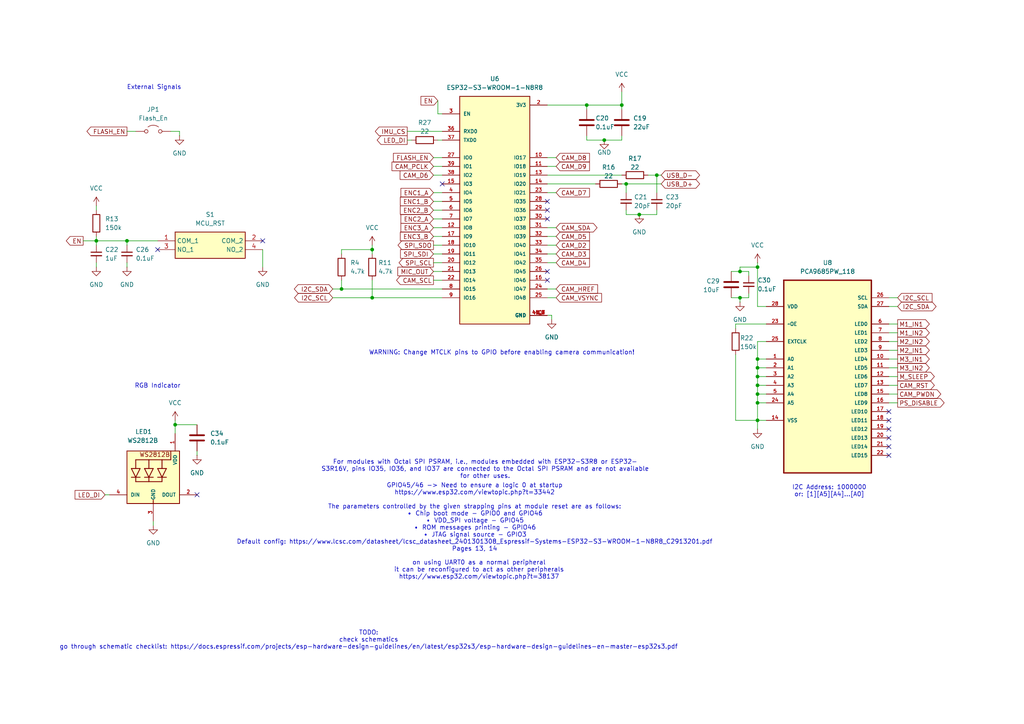
<source format=kicad_sch>
(kicad_sch (version 20231120) (generator "eeschema") (generator_version "8.0")
  (paper "A4")
  (lib_symbols
    (symbol "Device:C" (pin_numbers hide) (pin_names (offset 0.254))
      (property "Reference" "C" (at 0.635 2.54 0))
      (property "Value" "C" (at 0.635 -2.54 0))
      (symbol "C_0_1"
        (polyline (pts (xy -2.032 -0.762) (xy 2.032 -0.762)) (stroke (width 0.508)))
        (polyline (pts (xy -2.032 0.762) (xy 2.032 0.762)) (stroke (width 0.508)))
      )
      (symbol "C_1_1"
        (pin passive line (at 0 3.81 270) (length 2.794) (name "~") (number "1"))
        (pin passive line (at 0 -3.81 90) (length 2.794) (name "~") (number "2"))
      )
    )
    (symbol "Device:C_Small" (pin_numbers hide) (pin_names (offset 0.254) hide)
      (property "Reference" "C" (at 0.254 1.778 0))
      (property "Value" "C_Small" (at 0.254 -2.032 0))
      (symbol "C_Small_0_1"
        (polyline (pts (xy -1.524 -0.508) (xy 1.524 -0.508)) (stroke (width 0.3302)))
        (polyline (pts (xy -1.524 0.508) (xy 1.524 0.508)) (stroke (width 0.3048)))
      )
      (symbol "C_Small_1_1"
        (pin passive line (at 0 2.54 270) (length 2.032) (name "~") (number "1"))
        (pin passive line (at 0 -2.54 90) (length 2.032) (name "~") (number "2"))
      )
    )
    (symbol "Device:R" (pin_numbers hide) (pin_names (offset 0))
      (property "Reference" "R" (at 2.032 0 90))
      (property "Value" "R" (at 0 0 90))
      (symbol "R_0_1"
        (rectangle (start -1.016 -2.54) (end 1.016 2.54) (stroke (width 0.254)))
      )
      (symbol "R_1_1"
        (pin passive line (at 0 3.81 270) (length 1.27) (name "~") (number "1"))
        (pin passive line (at 0 -3.81 90) (length 1.27) (name "~") (number "2"))
      )
    )
    (symbol "Jumper:Jumper_2_Open" (pin_numbers hide) (pin_names (offset 0) hide) (exclude_from_sim yes)
      (property "Reference" "JP" (at 0 2.794 0))
      (property "Value" "Jumper_2_Open" (at 0 -2.286 0))
      (symbol "Jumper_2_Open_0_0"
        (circle (center -2.032 0) (radius 0.508))
        (circle (center 2.032 0) (radius 0.508))
      )
      (symbol "Jumper_2_Open_0_1"
        (arc (start 1.524 1.27) (mid 0 1.778) (end -1.524 1.27))
      )
      (symbol "Jumper_2_Open_1_1"
        (pin passive line (at -5.08 0 0) (length 2.54) (name "A") (number "1"))
        (pin passive line (at 5.08 0 180) (length 2.54) (name "B") (number "2"))
      )
    )
    (symbol "Mad_Bot:ESP32-S3-WROOM-1-N8R8" (pin_names (offset 1.016))
      (property "Reference" "U" (at -10.16 34.1122 0))
      (property "Value" "ESP32-S3-WROOM-1-N8R8" (at -13.208 -35.56 0))
      (symbol "ESP32-S3-WROOM-1-N8R8_0_0"
        (rectangle (start -10.16 -33.02) (end 10.16 33.02) (stroke (width 0.254)) (fill (type background)))
        (pin power_in line (at 15.24 -30.48 180) (length 5.08) (name "GND") (number "1"))
        (pin bidirectional line (at 15.24 15.24 180) (length 5.08) (name "IO17") (number "10"))
        (pin bidirectional line (at 15.24 12.7 180) (length 5.08) (name "IO18") (number "11"))
        (pin bidirectional line (at -15.24 -5.08 0) (length 5.08) (name "IO8") (number "12"))
        (pin bidirectional line (at 15.24 10.16 180) (length 5.08) (name "IO19") (number "13"))
        (pin bidirectional line (at 15.24 7.62 180) (length 5.08) (name "IO20") (number "14"))
        (pin bidirectional line (at -15.24 7.62 0) (length 5.08) (name "IO3") (number "15"))
        (pin bidirectional line (at 15.24 -20.32 180) (length 5.08) (name "IO46") (number "16"))
        (pin bidirectional line (at -15.24 -7.62 0) (length 5.08) (name "IO9") (number "17"))
        (pin bidirectional line (at -15.24 -10.16 0) (length 5.08) (name "IO10") (number "18"))
        (pin bidirectional line (at -15.24 -12.7 0) (length 5.08) (name "IO11") (number "19"))
        (pin power_in line (at 15.24 30.48 180) (length 5.08) (name "3V3") (number "2"))
        (pin bidirectional line (at -15.24 -15.24 0) (length 5.08) (name "IO12") (number "20"))
        (pin bidirectional line (at -15.24 -17.78 0) (length 5.08) (name "IO13") (number "21"))
        (pin bidirectional line (at -15.24 -20.32 0) (length 5.08) (name "IO14") (number "22"))
        (pin bidirectional line (at 15.24 5.08 180) (length 5.08) (name "IO21") (number "23"))
        (pin bidirectional line (at 15.24 -22.86 180) (length 5.08) (name "IO47") (number "24"))
        (pin bidirectional line (at 15.24 -25.4 180) (length 5.08) (name "IO48") (number "25"))
        (pin bidirectional line (at 15.24 -17.78 180) (length 5.08) (name "IO45") (number "26"))
        (pin bidirectional line (at -15.24 15.24 0) (length 5.08) (name "IO0") (number "27"))
        (pin bidirectional line (at 15.24 2.54 180) (length 5.08) (name "IO35") (number "28"))
        (pin bidirectional line (at 15.24 0 180) (length 5.08) (name "IO36") (number "29"))
        (pin input line (at -15.24 27.94 0) (length 5.08) (name "EN") (number "3"))
        (pin bidirectional line (at 15.24 -2.54 180) (length 5.08) (name "IO37") (number "30"))
        (pin bidirectional line (at 15.24 -5.08 180) (length 5.08) (name "IO38") (number "31"))
        (pin bidirectional line (at 15.24 -7.62 180) (length 5.08) (name "IO39") (number "32"))
        (pin bidirectional line (at 15.24 -10.16 180) (length 5.08) (name "IO40") (number "33"))
        (pin bidirectional line (at 15.24 -12.7 180) (length 5.08) (name "IO41") (number "34"))
        (pin bidirectional line (at 15.24 -15.24 180) (length 5.08) (name "IO42") (number "35"))
        (pin bidirectional line (at -15.24 22.86 0) (length 5.08) (name "RXD0") (number "36"))
        (pin bidirectional line (at -15.24 20.32 0) (length 5.08) (name "TXD0") (number "37"))
        (pin bidirectional line (at -15.24 10.16 0) (length 5.08) (name "IO2") (number "38"))
        (pin bidirectional line (at -15.24 12.7 0) (length 5.08) (name "IO1") (number "39"))
        (pin bidirectional line (at -15.24 5.08 0) (length 5.08) (name "IO4") (number "4"))
        (pin power_in line (at 15.24 -30.48 180) (length 5.08) (name "GND") (number "40"))
        (pin power_in line (at 15.24 -30.48 180) (length 5.08) (name "GND") (number "41_1"))
        (pin power_in line (at 15.24 -30.48 180) (length 5.08) (name "GND") (number "41_2"))
        (pin power_in line (at 15.24 -30.48 180) (length 5.08) (name "GND") (number "41_3"))
        (pin power_in line (at 15.24 -30.48 180) (length 5.08) (name "GND") (number "41_4"))
        (pin power_in line (at 15.24 -30.48 180) (length 5.08) (name "GND") (number "41_5"))
        (pin power_in line (at 15.24 -30.48 180) (length 5.08) (name "GND") (number "41_6"))
        (pin power_in line (at 15.24 -30.48 180) (length 5.08) (name "GND") (number "41_7"))
        (pin power_in line (at 15.24 -30.48 180) (length 5.08) (name "GND") (number "41_8"))
        (pin power_in line (at 15.24 -30.48 180) (length 5.08) (name "GND") (number "41_9"))
        (pin bidirectional line (at -15.24 2.54 0) (length 5.08) (name "IO5") (number "5"))
        (pin bidirectional line (at -15.24 0 0) (length 5.08) (name "IO6") (number "6"))
        (pin bidirectional line (at -15.24 -2.54 0) (length 5.08) (name "IO7") (number "7"))
        (pin bidirectional line (at -15.24 -22.86 0) (length 5.08) (name "IO15") (number "8"))
        (pin bidirectional line (at -15.24 -25.4 0) (length 5.08) (name "IO16") (number "9"))
      )
    )
    (symbol "Mad_Bot:PCA9685PW_118" (pin_names (offset 1.016))
      (property "Reference" "U" (at -1.016 31.242 0))
      (property "Value" "PCA9685PW_118" (at -8.128 28.194 0))
      (symbol "PCA9685PW_118_0_0"
        (rectangle (start -12.7 -30.48) (end 12.7 25.4) (stroke (width 0.4064)) (fill (type background)))
        (pin input line (at -17.78 2.54 0) (length 5.08) (name "A0") (number "1"))
        (pin output line (at 17.78 2.54 180) (length 5.08) (name "LED4") (number "10"))
        (pin output line (at 17.78 0 180) (length 5.08) (name "LED5") (number "11"))
        (pin output line (at 17.78 -2.54 180) (length 5.08) (name "LED6") (number "12"))
        (pin output line (at 17.78 -5.08 180) (length 5.08) (name "LED7") (number "13"))
        (pin passive line (at -17.78 -15.24 0) (length 5.08) (name "VSS") (number "14"))
        (pin output line (at 17.78 -7.62 180) (length 5.08) (name "LED8") (number "15"))
        (pin output line (at 17.78 -10.16 180) (length 5.08) (name "LED9") (number "16"))
        (pin output line (at 17.78 -12.7 180) (length 5.08) (name "LED10") (number "17"))
        (pin output line (at 17.78 -15.24 180) (length 5.08) (name "LED11") (number "18"))
        (pin output line (at 17.78 -17.78 180) (length 5.08) (name "LED12") (number "19"))
        (pin input line (at -17.78 0 0) (length 5.08) (name "A1") (number "2"))
        (pin output line (at 17.78 -20.32 180) (length 5.08) (name "LED13") (number "20"))
        (pin output line (at 17.78 -22.86 180) (length 5.08) (name "LED14") (number "21"))
        (pin output line (at 17.78 -25.4 180) (length 5.08) (name "LED15") (number "22"))
        (pin input line (at -17.78 12.7 0) (length 5.08) (name "~OE") (number "23"))
        (pin input line (at -17.78 -10.16 0) (length 5.08) (name "A5") (number "24"))
        (pin input line (at -17.78 7.62 0) (length 5.08) (name "EXTCLK") (number "25"))
        (pin input line (at 17.78 20.32 180) (length 5.08) (name "SCL") (number "26"))
        (pin bidirectional line (at 17.78 17.78 180) (length 5.08) (name "SDA") (number "27"))
        (pin power_in line (at -17.78 17.78 0) (length 5.08) (name "VDD") (number "28"))
        (pin input line (at -17.78 -2.54 0) (length 5.08) (name "A2") (number "3"))
        (pin input line (at -17.78 -5.08 0) (length 5.08) (name "A3") (number "4"))
        (pin input line (at -17.78 -7.62 0) (length 5.08) (name "A4") (number "5"))
        (pin output line (at 17.78 12.7 180) (length 5.08) (name "LED0") (number "6"))
        (pin output line (at 17.78 10.16 180) (length 5.08) (name "LED1") (number "7"))
        (pin output line (at 17.78 7.62 180) (length 5.08) (name "LED2") (number "8"))
        (pin output line (at 17.78 5.08 180) (length 5.08) (name "LED3") (number "9"))
      )
    )
    (symbol "Mad_Bot:PTS526_SK15_SMTR2_LFS"
      (property "Reference" "S" (at -10.16 9.144 0))
      (property "Value" "PTS526_SK15_SMTR2_LFS" (at -10.16 6.604 0))
      (symbol "PTS526_SK15_SMTR2_LFS_1_1"
        (rectangle (start -10.16 3.81) (end 10.16 -3.81) (stroke (width 0.254)) (fill (type background)))
        (pin passive line (at -15.24 1.27 0) (length 5.08) (name "COM_1") (number "1"))
        (pin passive line (at 15.24 1.27 180) (length 5.08) (name "COM_2") (number "2"))
        (pin passive line (at -15.24 -1.27 0) (length 5.08) (name "NO_1") (number "3"))
        (pin passive line (at 15.24 -1.27 180) (length 5.08) (name "NO_2") (number "4"))
      )
    )
    (symbol "Mad_Bot:WS2812B" (pin_names (offset 1.016))
      (property "Reference" "LED" (at 0 0 0))
      (property "Value" "WS2812B" (at 0 0 0))
      (symbol "WS2812B_0_0"
        (rectangle (start -7.62 -5.08) (end 7.62 10.16) (stroke (width 0.254)) (fill (type background)))
        (polyline (pts (xy -6.35 2.54) (xy -5.08 2.54)) (stroke (width 0.254)))
        (polyline (pts (xy -6.35 5.08) (xy -5.08 5.08)) (stroke (width 0.254)))
        (polyline (pts (xy -5.08 2.54) (xy -6.35 5.08)) (stroke (width 0.254)))
        (polyline (pts (xy -5.08 2.54) (xy -5.08 1.27)) (stroke (width 0.254)))
        (polyline (pts (xy -5.08 2.54) (xy -3.81 5.08)) (stroke (width 0.254)))
        (polyline (pts (xy -5.08 5.08) (xy -3.81 5.08)) (stroke (width 0.254)))
        (polyline (pts (xy -5.08 7.62) (xy -5.08 5.08)) (stroke (width 0.254)))
        (polyline (pts (xy -3.81 2.54) (xy -5.08 2.54)) (stroke (width 0.254)))
        (polyline (pts (xy -2.54 2.54) (xy -1.27 2.54)) (stroke (width 0.254)))
        (polyline (pts (xy -2.54 5.08) (xy 0 5.08)) (stroke (width 0.254)))
        (polyline (pts (xy -1.27 1.27) (xy -5.08 1.27)) (stroke (width 0.254)))
        (polyline (pts (xy -1.27 2.54) (xy -2.54 5.08)) (stroke (width 0.254)))
        (polyline (pts (xy -1.27 2.54) (xy -1.27 1.27)) (stroke (width 0.254)))
        (polyline (pts (xy -1.27 2.54) (xy 0 2.54)) (stroke (width 0.254)))
        (polyline (pts (xy -1.27 5.08) (xy -1.27 7.62)) (stroke (width 0.254)))
        (polyline (pts (xy -1.27 7.62) (xy -5.08 7.62)) (stroke (width 0.254)))
        (polyline (pts (xy 0 -4.064) (xy 0 -5.08)) (stroke (width 0.254)))
        (polyline (pts (xy 0 5.08) (xy -1.27 2.54)) (stroke (width 0.254)))
        (polyline (pts (xy 1.27 5.08) (xy 2.54 2.54)) (stroke (width 0.254)))
        (polyline (pts (xy 1.27 5.08) (xy 2.54 5.08)) (stroke (width 0.254)))
        (polyline (pts (xy 2.54 1.27) (xy -1.27 1.27)) (stroke (width 0.254)))
        (polyline (pts (xy 2.54 2.54) (xy 1.27 2.54)) (stroke (width 0.254)))
        (polyline (pts (xy 2.54 2.54) (xy 2.54 1.27)) (stroke (width 0.254)))
        (polyline (pts (xy 2.54 2.54) (xy 3.81 2.54)) (stroke (width 0.254)))
        (polyline (pts (xy 2.54 2.54) (xy 3.81 5.08)) (stroke (width 0.254)))
        (polyline (pts (xy 2.54 5.08) (xy 2.54 7.62)) (stroke (width 0.254)))
        (polyline (pts (xy 2.54 7.62) (xy -1.27 7.62)) (stroke (width 0.254)))
        (polyline (pts (xy 2.54 7.62) (xy 5.08 7.62)) (stroke (width 0.254)))
        (polyline (pts (xy 3.81 5.08) (xy 2.54 5.08)) (stroke (width 0.254)))
        (polyline (pts (xy 5.08 10.16) (xy 5.08 7.62)) (stroke (width 0.254)))
        (text "WS2812B" (at -4.064 8.382 0) (effects (font (size 1.27 1.27)) (justify left bottom)))
      )
      (symbol "WS2812B_1_0"
        (pin power_in line (at 6.35 15.24 270) (length 5.08) (name "VDD") (number "1"))
        (pin output line (at 12.7 -2.54 180) (length 5.08) (name "DOUT") (number "2"))
        (pin power_in line (at 0 -10.16 90) (length 5.08) (name "GND") (number "3"))
        (pin input line (at -12.7 -2.54 0) (length 5.08) (name "DIN") (number "4"))
      )
    )
    (symbol "power:GND" (power) (pin_numbers hide) (pin_names (offset 0) hide)
      (property "Value" "GND" (at 0 -3.81 0))
      (symbol "GND_0_1"
        (polyline (pts (xy 0 0) (xy 0 -1.27) (xy 1.27 -1.27) (xy 0 -2.54) (xy -1.27 -1.27) (xy 0 -1.27)))
      )
      (symbol "GND_1_1"
        (pin power_in line (at 0 0 270) (length 0) (name "~") (number "1"))
      )
    )
    (symbol "power:VCC" (power) (pin_numbers hide) (pin_names (offset 0) hide)
      (property "Value" "VCC" (at 0 3.556 0))
      (symbol "VCC_0_1"
        (polyline (pts (xy -0.762 1.27) (xy 0 2.54)))
        (polyline (pts (xy 0 0) (xy 0 2.54)))
        (polyline (pts (xy 0 2.54) (xy 0.762 1.27)))
      )
      (symbol "VCC_1_1"
        (pin power_in line (at 0 0 90) (length 0) (name "~") (number "1"))
      )
    )
  )
  (junction (at 27.94 69.85))
  (junction (at 219.71 116.84))
  (junction (at 219.71 114.3))
  (junction (at 214.63 78.74))
  (junction (at 175.26 40.64))
  (junction (at 214.63 86.36))
  (junction (at 170.18 30.48))
  (junction (at 185.42 62.23))
  (junction (at 181.61 53.34))
  (junction (at 180.34 30.48))
  (junction (at 50.8 123.19))
  (junction (at 219.71 111.76))
  (junction (at 219.71 77.47))
  (junction (at 190.5 50.8))
  (junction (at 219.71 106.68))
  (junction (at 219.71 104.14))
  (junction (at 219.71 121.92))
  (junction (at 99.06 83.82))
  (junction (at 107.95 72.39))
  (junction (at 219.71 109.22))
  (junction (at 36.83 69.85))
  (junction (at 107.95 86.36))
  (no_connect (at 257.81 127))
  (no_connect (at 158.75 78.74))
  (no_connect (at 257.81 119.38))
  (no_connect (at 57.15 143.51))
  (no_connect (at 158.75 81.28))
  (no_connect (at 257.81 129.54))
  (no_connect (at 45.72 72.39))
  (no_connect (at 257.81 132.08))
  (no_connect (at 158.75 58.42))
  (no_connect (at 257.81 121.92))
  (no_connect (at 76.2 69.85))
  (no_connect (at 257.81 124.46))
  (no_connect (at 128.27 53.34))
  (no_connect (at 158.75 63.5))
  (no_connect (at 158.75 60.96))
  (wire (pts (xy 213.36 93.98) (xy 213.36 95.25)))
  (wire (pts (xy 57.15 123.19) (xy 50.8 123.19)))
  (wire (pts (xy 190.5 62.23) (xy 185.42 62.23)))
  (wire (pts (xy 217.17 78.74) (xy 217.17 80.01)))
  (wire (pts (xy 24.13 69.85) (xy 27.94 69.85)))
  (wire (pts (xy 158.75 55.88) (xy 161.29 55.88)))
  (wire (pts (xy 99.06 73.66) (xy 99.06 72.39)))
  (wire (pts (xy 257.81 88.9) (xy 260.35 88.9)))
  (wire (pts (xy 158.75 76.2) (xy 161.29 76.2)))
  (wire (pts (xy 158.75 86.36) (xy 161.29 86.36)))
  (wire (pts (xy 257.81 86.36) (xy 260.35 86.36)))
  (wire (pts (xy 160.02 91.44) (xy 160.02 92.71)))
  (wire (pts (xy 127 40.64) (xy 128.27 40.64)))
  (wire (pts (xy 125.73 55.88) (xy 128.27 55.88)))
  (wire (pts (xy 181.61 53.34) (xy 181.61 55.88)))
  (wire (pts (xy 125.73 66.04) (xy 128.27 66.04)))
  (wire (pts (xy 222.25 121.92) (xy 219.71 121.92)))
  (wire (pts (xy 50.8 123.19) (xy 50.8 125.73)))
  (wire (pts (xy 257.81 111.76) (xy 260.35 111.76)))
  (wire (pts (xy 219.71 116.84) (xy 219.71 121.92)))
  (wire (pts (xy 158.75 48.26) (xy 161.29 48.26)))
  (wire (pts (xy 219.71 77.47) (xy 219.71 88.9)))
  (wire (pts (xy 180.34 31.75) (xy 180.34 30.48)))
  (wire (pts (xy 219.71 104.14) (xy 219.71 106.68)))
  (wire (pts (xy 214.63 77.47) (xy 214.63 78.74)))
  (wire (pts (xy 125.73 48.26) (xy 128.27 48.26)))
  (wire (pts (xy 219.71 106.68) (xy 222.25 106.68)))
  (wire (pts (xy 125.73 76.2) (xy 128.27 76.2)))
  (wire (pts (xy 170.18 30.48) (xy 158.75 30.48)))
  (wire (pts (xy 50.8 121.92) (xy 50.8 123.19)))
  (wire (pts (xy 219.71 116.84) (xy 222.25 116.84)))
  (wire (pts (xy 52.07 38.1) (xy 49.53 38.1)))
  (wire (pts (xy 181.61 60.96) (xy 181.61 62.23)))
  (wire (pts (xy 219.71 104.14) (xy 222.25 104.14)))
  (wire (pts (xy 118.11 40.64) (xy 119.38 40.64)))
  (wire (pts (xy 219.71 114.3) (xy 219.71 116.84)))
  (wire (pts (xy 180.34 26.67) (xy 180.34 30.48)))
  (wire (pts (xy 125.73 81.28) (xy 128.27 81.28)))
  (wire (pts (xy 96.52 86.36) (xy 107.95 86.36)))
  (wire (pts (xy 213.36 121.92) (xy 219.71 121.92)))
  (wire (pts (xy 36.83 38.1) (xy 39.37 38.1)))
  (wire (pts (xy 125.73 68.58) (xy 128.27 68.58)))
  (wire (pts (xy 214.63 78.74) (xy 217.17 78.74)))
  (wire (pts (xy 219.71 106.68) (xy 219.71 109.22)))
  (wire (pts (xy 107.95 72.39) (xy 107.95 71.12)))
  (wire (pts (xy 214.63 86.36) (xy 217.17 86.36)))
  (wire (pts (xy 212.09 78.74) (xy 214.63 78.74)))
  (wire (pts (xy 181.61 62.23) (xy 185.42 62.23)))
  (wire (pts (xy 170.18 30.48) (xy 170.18 31.75)))
  (wire (pts (xy 219.71 114.3) (xy 222.25 114.3)))
  (wire (pts (xy 219.71 76.2) (xy 219.71 77.47)))
  (wire (pts (xy 190.5 50.8) (xy 190.5 55.88)))
  (wire (pts (xy 219.71 109.22) (xy 222.25 109.22)))
  (wire (pts (xy 158.75 50.8) (xy 180.34 50.8)))
  (wire (pts (xy 57.15 130.81) (xy 57.15 132.08)))
  (wire (pts (xy 27.94 69.85) (xy 27.94 71.12)))
  (wire (pts (xy 180.34 53.34) (xy 181.61 53.34)))
  (wire (pts (xy 257.81 96.52) (xy 260.35 96.52)))
  (wire (pts (xy 158.75 68.58) (xy 161.29 68.58)))
  (wire (pts (xy 180.34 40.64) (xy 175.26 40.64)))
  (wire (pts (xy 158.75 53.34) (xy 172.72 53.34)))
  (wire (pts (xy 219.71 109.22) (xy 219.71 111.76)))
  (wire (pts (xy 118.11 38.1) (xy 128.27 38.1)))
  (wire (pts (xy 222.25 99.06) (xy 219.71 99.06)))
  (wire (pts (xy 187.96 50.8) (xy 190.5 50.8)))
  (wire (pts (xy 219.71 121.92) (xy 219.71 124.46)))
  (wire (pts (xy 99.06 72.39) (xy 107.95 72.39)))
  (wire (pts (xy 257.81 116.84) (xy 260.35 116.84)))
  (wire (pts (xy 219.71 111.76) (xy 222.25 111.76)))
  (wire (pts (xy 158.75 66.04) (xy 161.29 66.04)))
  (wire (pts (xy 219.71 88.9) (xy 222.25 88.9)))
  (wire (pts (xy 107.95 86.36) (xy 128.27 86.36)))
  (wire (pts (xy 52.07 39.37) (xy 52.07 38.1)))
  (wire (pts (xy 27.94 69.85) (xy 36.83 69.85)))
  (wire (pts (xy 170.18 39.37) (xy 170.18 40.64)))
  (wire (pts (xy 27.94 76.2) (xy 27.94 77.47)))
  (wire (pts (xy 213.36 93.98) (xy 222.25 93.98)))
  (wire (pts (xy 125.73 71.12) (xy 128.27 71.12)))
  (wire (pts (xy 127 33.02) (xy 128.27 33.02)))
  (wire (pts (xy 257.81 114.3) (xy 260.35 114.3)))
  (wire (pts (xy 125.73 78.74) (xy 128.27 78.74)))
  (wire (pts (xy 36.83 76.2) (xy 36.83 77.47)))
  (wire (pts (xy 127 29.21) (xy 127 33.02)))
  (wire (pts (xy 107.95 81.28) (xy 107.95 86.36)))
  (wire (pts (xy 158.75 83.82) (xy 161.29 83.82)))
  (wire (pts (xy 213.36 102.87) (xy 213.36 121.92)))
  (wire (pts (xy 76.2 72.39) (xy 76.2 77.47)))
  (wire (pts (xy 96.52 83.82) (xy 99.06 83.82)))
  (wire (pts (xy 212.09 86.36) (xy 214.63 86.36)))
  (wire (pts (xy 125.73 50.8) (xy 128.27 50.8)))
  (wire (pts (xy 257.81 104.14) (xy 260.35 104.14)))
  (wire (pts (xy 158.75 45.72) (xy 161.29 45.72)))
  (wire (pts (xy 158.75 71.12) (xy 161.29 71.12)))
  (wire (pts (xy 190.5 60.96) (xy 190.5 62.23)))
  (wire (pts (xy 99.06 81.28) (xy 99.06 83.82)))
  (wire (pts (xy 36.83 69.85) (xy 45.72 69.85)))
  (wire (pts (xy 158.75 73.66) (xy 161.29 73.66)))
  (wire (pts (xy 30.48 143.51) (xy 31.75 143.51)))
  (wire (pts (xy 257.81 93.98) (xy 260.35 93.98)))
  (wire (pts (xy 107.95 72.39) (xy 107.95 73.66)))
  (wire (pts (xy 190.5 50.8) (xy 191.77 50.8)))
  (wire (pts (xy 44.45 151.13) (xy 44.45 152.4)))
  (wire (pts (xy 128.27 83.82) (xy 99.06 83.82)))
  (wire (pts (xy 180.34 39.37) (xy 180.34 40.64)))
  (wire (pts (xy 170.18 40.64) (xy 175.26 40.64)))
  (wire (pts (xy 219.71 99.06) (xy 219.71 104.14)))
  (wire (pts (xy 214.63 77.47) (xy 219.71 77.47)))
  (wire (pts (xy 27.94 68.58) (xy 27.94 69.85)))
  (wire (pts (xy 125.73 45.72) (xy 128.27 45.72)))
  (wire (pts (xy 260.35 99.06) (xy 257.81 99.06)))
  (wire (pts (xy 214.63 86.36) (xy 214.63 87.63)))
  (wire (pts (xy 125.73 63.5) (xy 128.27 63.5)))
  (wire (pts (xy 125.73 73.66) (xy 128.27 73.66)))
  (wire (pts (xy 27.94 59.69) (xy 27.94 60.96)))
  (wire (pts (xy 125.73 60.96) (xy 128.27 60.96)))
  (wire (pts (xy 36.83 69.85) (xy 36.83 71.12)))
  (wire (pts (xy 181.61 53.34) (xy 191.77 53.34)))
  (wire (pts (xy 219.71 111.76) (xy 219.71 114.3)))
  (wire (pts (xy 260.35 101.6) (xy 257.81 101.6)))
  (wire (pts (xy 217.17 85.09) (xy 217.17 86.36)))
  (wire (pts (xy 170.18 30.48) (xy 180.34 30.48)))
  (wire (pts (xy 257.81 106.68) (xy 260.35 106.68)))
  (wire (pts (xy 158.75 91.44) (xy 160.02 91.44)))
  (wire (pts (xy 257.81 109.22) (xy 260.35 109.22)))
  (wire (pts (xy 125.73 58.42) (xy 128.27 58.42)))
  (text "GPIO45/46 -> Need to ensure a logic 0 at startup\nhttps://www.esp32.com/viewtopic.php?t=33442\n\nThe parameters controlled by the given strapping pins at module reset are as follows:\n• Chip boot mode - GPIO0 and GPIO46\n• VDD_SPI voltage - GPIO45\n• ROM messages printing - GPIO46\n• JTAG signal source - GPIO3\nDefault config: https://www.lcsc.com/datasheet/lcsc_datasheet_2401301308_Espressif-Systems-ESP32-S3-WROOM-1-N8R8_C2913201.pdf\nPages 13, 14" (at 137.668 150.114 0) (effects (font (size 1.27 1.27))))
  (text "TODO:\ncheck schematics\ngo through schematic checklist: https://docs.espressif.com/projects/esp-hardware-design-guidelines/en/latest/esp32s3/esp-hardware-design-guidelines-en-master-esp32s3.pdf" (at 106.934 185.674 0) (effects (font (size 1.27 1.27))))
  (text "External Signals" (at 44.704 25.4 0) (effects (font (size 1.27 1.27))))
  (text "I2C Address: 1000000\nor: [1][A5][A4]...[A0]" (at 240.538 142.494 0) (effects (font (size 1.27 1.27))))
  (text "on using UART0 as a normal peripheral\nit can be reconfigured to act as other peripherals\nhttps://www.esp32.com/viewtopic.php?t=38137" (at 138.938 165.354 0) (effects (font (size 1.27 1.27))))
  (text "RGB Indicator" (at 45.72 112.014 0) (effects (font (size 1.27 1.27))))
  (text "For modules with Octal SPI PSRAM, i.e., modules embedded with ESP32-S3R8 or ESP32-\nS3R16V, pins IO35, IO36, and IO37 are connected to the Octal SPI PSRAM and are not available\nfor other uses." (at 140.716 136.144 0) (effects (font (size 1.27 1.27))))
  (text "WARNING: Change MTCLK pins to GPIO before enabling camera communication!" (at 145.542 102.362 0) (effects (font (size 1.27 1.27))))
  (global_label "M3_IN2" (shape output) (at 260.35 106.68 0) (property "Intersheetrefs" "${INTERSHEET_REFS}" (effects (hide yes))))
  (global_label "CAM_D5" (shape input) (at 161.29 68.58 0) (property "Intersheetrefs" "${INTERSHEET_REFS}" (effects (hide yes))))
  (global_label "CAM_D2" (shape input) (at 161.29 71.12 0) (property "Intersheetrefs" "${INTERSHEET_REFS}" (effects (hide yes))))
  (global_label "CAM_D8" (shape input) (at 161.29 45.72 0) (property "Intersheetrefs" "${INTERSHEET_REFS}" (effects (hide yes))))
  (global_label "I2C_SCL" (shape input) (at 260.35 86.36 0) (property "Intersheetrefs" "${INTERSHEET_REFS}" (effects (hide yes))))
  (global_label "IMU_CS" (shape output) (at 118.11 38.1 180) (property "Intersheetrefs" "${INTERSHEET_REFS}" (effects (hide yes))))
  (global_label "CAM_RST" (shape output) (at 260.35 111.76 0) (property "Intersheetrefs" "${INTERSHEET_REFS}" (effects (hide yes))))
  (global_label "I2C_SDA" (shape bidirectional) (at 96.52 83.82 180) (property "Intersheetrefs" "${INTERSHEET_REFS}" (effects (hide yes))))
  (global_label "MIC_OUT" (shape input) (at 125.73 78.74 180) (property "Intersheetrefs" "${INTERSHEET_REFS}" (effects (hide yes))))
  (global_label "EN" (shape input) (at 127 29.21 180) (property "Intersheetrefs" "${INTERSHEET_REFS}" (effects (hide yes))))
  (global_label "ENC3_B" (shape input) (at 125.73 68.58 180) (property "Intersheetrefs" "${INTERSHEET_REFS}" (effects (hide yes))))
  (global_label "CAM_D3" (shape input) (at 161.29 73.66 0) (property "Intersheetrefs" "${INTERSHEET_REFS}" (effects (hide yes))))
  (global_label "SPI_SDO" (shape output) (at 125.73 71.12 180) (property "Intersheetrefs" "${INTERSHEET_REFS}" (effects (hide yes))))
  (global_label "M_SLEEP" (shape output) (at 260.35 109.22 0) (property "Intersheetrefs" "${INTERSHEET_REFS}" (effects (hide yes))))
  (global_label "CAM_PWDN" (shape output) (at 260.35 114.3 0) (property "Intersheetrefs" "${INTERSHEET_REFS}" (effects (hide yes))))
  (global_label "M3_IN1" (shape output) (at 260.35 104.14 0) (property "Intersheetrefs" "${INTERSHEET_REFS}" (effects (hide yes))))
  (global_label "PS_DISABLE" (shape output) (at 260.35 116.84 0) (property "Intersheetrefs" "${INTERSHEET_REFS}" (effects (hide yes))))
  (global_label "LED_DI" (shape input) (at 30.48 143.51 180) (property "Intersheetrefs" "${INTERSHEET_REFS}" (effects (hide yes))))
  (global_label "M2_IN2" (shape output) (at 260.35 99.06 0) (property "Intersheetrefs" "${INTERSHEET_REFS}" (effects (hide yes))))
  (global_label "CAM_HREF" (shape input) (at 161.29 83.82 0) (property "Intersheetrefs" "${INTERSHEET_REFS}" (effects (hide yes))))
  (global_label "I2C_SDA" (shape bidirectional) (at 260.35 88.9 0) (property "Intersheetrefs" "${INTERSHEET_REFS}" (effects (hide yes))))
  (global_label "USB_D-" (shape bidirectional) (at 191.77 50.8 0) (property "Intersheetrefs" "${INTERSHEET_REFS}" (effects (hide yes))))
  (global_label "M1_IN1" (shape output) (at 260.35 93.98 0) (property "Intersheetrefs" "${INTERSHEET_REFS}" (effects (hide yes))))
  (global_label "CAM_VSYNC" (shape input) (at 161.29 86.36 0) (property "Intersheetrefs" "${INTERSHEET_REFS}" (effects (hide yes))))
  (global_label "CAM_SCL" (shape output) (at 125.73 81.28 180) (property "Intersheetrefs" "${INTERSHEET_REFS}" (effects (hide yes))))
  (global_label "FLASH_EN" (shape input) (at 125.73 45.72 180) (property "Intersheetrefs" "${INTERSHEET_REFS}" (effects (hide yes))))
  (global_label "M1_IN2" (shape output) (at 260.35 96.52 0) (property "Intersheetrefs" "${INTERSHEET_REFS}" (effects (hide yes))))
  (global_label "ENC1_B" (shape input) (at 125.73 58.42 180) (property "Intersheetrefs" "${INTERSHEET_REFS}" (effects (hide yes))))
  (global_label "ENC3_A" (shape input) (at 125.73 66.04 180) (property "Intersheetrefs" "${INTERSHEET_REFS}" (effects (hide yes))))
  (global_label "M2_IN1" (shape output) (at 260.35 101.6 0) (property "Intersheetrefs" "${INTERSHEET_REFS}" (effects (hide yes))))
  (global_label "ENC2_A" (shape input) (at 125.73 63.5 180) (property "Intersheetrefs" "${INTERSHEET_REFS}" (effects (hide yes))))
  (global_label "CAM_SDA" (shape bidirectional) (at 161.29 66.04 0) (property "Intersheetrefs" "${INTERSHEET_REFS}" (effects (hide yes))))
  (global_label "SPI_SCL" (shape output) (at 125.73 76.2 180) (property "Intersheetrefs" "${INTERSHEET_REFS}" (effects (hide yes))))
  (global_label "CAM_D7" (shape input) (at 161.29 55.88 0) (property "Intersheetrefs" "${INTERSHEET_REFS}" (effects (hide yes))))
  (global_label "I2C_SCL" (shape bidirectional) (at 96.52 86.36 180) (property "Intersheetrefs" "${INTERSHEET_REFS}" (effects (hide yes))))
  (global_label "CAM_D9" (shape input) (at 161.29 48.26 0) (property "Intersheetrefs" "${INTERSHEET_REFS}" (effects (hide yes))))
  (global_label "CAM_D4" (shape input) (at 161.29 76.2 0) (property "Intersheetrefs" "${INTERSHEET_REFS}" (effects (hide yes))))
  (global_label "ENC1_A" (shape input) (at 125.73 55.88 180) (property "Intersheetrefs" "${INTERSHEET_REFS}" (effects (hide yes))))
  (global_label "ENC2_B" (shape input) (at 125.73 60.96 180) (property "Intersheetrefs" "${INTERSHEET_REFS}" (effects (hide yes))))
  (global_label "USB_D+" (shape bidirectional) (at 191.77 53.34 0) (property "Intersheetrefs" "${INTERSHEET_REFS}" (effects (hide yes))))
  (global_label "CAM_D6" (shape input) (at 125.73 50.8 180) (property "Intersheetrefs" "${INTERSHEET_REFS}" (effects (hide yes))))
  (global_label "SPI_SDI" (shape input) (at 125.73 73.66 180) (property "Intersheetrefs" "${INTERSHEET_REFS}" (effects (hide yes))))
  (global_label "CAM_PCLK" (shape input) (at 125.73 48.26 180) (property "Intersheetrefs" "${INTERSHEET_REFS}" (effects (hide yes))))
  (global_label "LED_DI" (shape output) (at 118.11 40.64 180) (property "Intersheetrefs" "${INTERSHEET_REFS}" (effects (hide yes))))
  (global_label "FLASH_EN" (shape output) (at 36.83 38.1 180) (property "Intersheetrefs" "${INTERSHEET_REFS}" (effects (hide yes))))
  (global_label "EN" (shape output) (at 24.13 69.85 180) (property "Intersheetrefs" "${INTERSHEET_REFS}" (effects (hide yes))))
  (symbol (lib_id "Device:C") (at 180.34 35.56 0) (unit 1)
    (property "Reference" "C19" (at 183.642 34.29 0) (effects (justify left)))
    (property "Value" "22uF" (at 183.642 36.83 0) (effects (justify left)))
    (property "Footprint" "Capacitor_SMD:C_0603_1608Metric_Pad1.08x0.95mm_HandSolder" (effects (hide yes)))
    (property "Description" "Unpolarized capacitor" (effects (hide yes)))
  )
  (symbol (lib_id "Device:R") (at 107.95 77.47 0) (unit 1)
    (property "Reference" "R11" (at 109.728 76.2 0) (effects (justify left)))
    (property "Value" "4.7k" (at 109.728 78.74 0) (effects (justify left)))
    (property "Footprint" "Resistor_SMD:R_0603_1608Metric_Pad0.98x0.95mm_HandSolder" (effects (hide yes)))
    (property "Description" "Resistor" (effects (hide yes)))
  )
  (symbol (lib_id "Device:R") (at 213.36 99.06 0) (unit 1)
    (property "Reference" "R22" (at 214.63 98.044 0) (effects (justify left)))
    (property "Value" "150k" (at 214.63 100.584 0) (effects (justify left)))
    (property "Footprint" "Resistor_SMD:R_0603_1608Metric_Pad0.98x0.95mm_HandSolder" (effects (hide yes)))
    (property "Description" "Resistor" (effects (hide yes)))
  )
  (symbol (lib_id "power:GND") (at 44.45 152.4 0) (unit 1)
    (property "Reference" "#PWR091" (effects (hide yes)))
    (property "Value" "GND" (at 44.45 157.48 0))
    (property "Description" "Power symbol creates a global label with name \"GND\" , ground" (effects (hide yes)))
  )
  (symbol (lib_id "Mad_Bot:WS2812B") (at 44.45 140.97 0) (unit 1)
    (property "Reference" "LED1" (at 41.656 125.222 0))
    (property "Value" "WS2812B" (at 41.402 127.762 0))
    (property "Footprint" "Mad_Bot:WS2812B" (effects (hide yes)))
    (property "MF" "Worldsemi" (effects (hide yes)))
    (property "Description_1" "\nIntelligent control LED integrated light source\n" (effects (hide yes)))
    (property "Package" "None" (effects (hide yes)))
    (property "Price" "None" (effects (hide yes)))
    (property "SnapEDA_Link" "https://www.snapeda.com/parts/WS2812B/Worldsemi/view-part/?ref=snap" (effects (hide yes)))
    (property "MP" "WS2812B" (effects (hide yes)))
    (property "Availability" "Not in stock" (effects (hide yes)))
    (property "Check_prices" "https://www.snapeda.com/parts/WS2812B/Worldsemi/view-part/?ref=eda" (effects (hide yes)))
  )
  (symbol (lib_id "Device:C") (at 212.09 82.55 180) (unit 1)
    (property "Reference" "C29" (at 208.788 81.534 0) (effects (justify left)))
    (property "Value" "10uF" (at 208.788 84.074 0) (effects (justify left)))
    (property "Footprint" "Capacitor_SMD:C_1206_3216Metric_Pad1.33x1.80mm_HandSolder" (effects (hide yes)))
    (property "Description" "Unpolarized capacitor" (effects (hide yes)))
  )
  (symbol (lib_id "power:GND") (at 52.07 39.37 0) (unit 1)
    (property "Reference" "#PWR052" (effects (hide yes)))
    (property "Value" "GND" (at 52.07 44.45 0))
    (property "Description" "Power symbol creates a global label with name \"GND\" , ground" (effects (hide yes)))
  )
  (symbol (lib_id "Mad_Bot:ESP32-S3-WROOM-1-N8R8") (at 143.51 60.96 0) (unit 1)
    (property "Reference" "U6" (at 143.51 22.86 0))
    (property "Value" "ESP32-S3-WROOM-1-N8R8" (at 143.51 25.4 0))
    (property "Footprint" "Mad_Bot:XCVR_ESP32S3WROOM1N8R8" (effects (hide yes)))
    (property "Description" "Bluetooth, WiFi 802.11b/g/n, Bluetooth v5.0 Transceiver Module 2.4GHz PCB Trace Surface Mount" (effects (hide yes)))
    (property "MF" "Espressif Systems" (effects (hide yes)))
    (property "PACKAGE" "SMD-41 Espressif Systems" (effects (hide yes)))
    (property "PRICE" "None" (effects (hide yes)))
    (property "Package" "NON STANDARD Espressif Systems" (effects (hide yes)))
    (property "Check_prices" "https://www.snapeda.com/parts/ESP32-S3-WROOM-1-N8R8/Espressif+Systems/view-part/?ref=eda" (effects (hide yes)))
    (property "Price" "None" (effects (hide yes)))
    (property "SnapEDA_Link" "https://www.snapeda.com/parts/ESP32-S3-WROOM-1-N8R8/Espressif+Systems/view-part/?ref=snap" (effects (hide yes)))
    (property "MP" "ESP32-S3-WROOM-1-N8R8" (effects (hide yes)))
    (property "Description_1" "\nBluetooth, WiFi 802.11b/g/n, Bluetooth v5.0 Transceiver Module 2.4GHz PCB Trace Surface Mount\n" (effects (hide yes)))
    (property "Availability" "In Stock" (effects (hide yes)))
    (property "AVAILABILITY" "In Stock" (effects (hide yes)))
    (property "PURCHASE-URL" "https://pricing.snapeda.com/search/part/ESP32S3WROOM1N8R8/?ref=eda" (effects (hide yes)))
  )
  (symbol (lib_id "Device:R") (at 184.15 50.8 90) (unit 1)
    (property "Reference" "R17" (at 184.15 45.974 90))
    (property "Value" "22" (at 184.15 48.514 90))
    (property "Footprint" "Resistor_SMD:R_0603_1608Metric_Pad0.98x0.95mm_HandSolder" (effects (hide yes)))
    (property "Description" "Resistor" (effects (hide yes)))
  )
  (symbol (lib_id "Mad_Bot:PTS526_SK15_SMTR2_LFS") (at 60.96 71.12 0) (unit 1)
    (property "Reference" "S1" (at 60.96 62.23 0))
    (property "Value" "MCU_RST" (at 60.96 64.77 0))
    (property "Footprint" "Mad_Bot:PTS526SK15SMTR2LFS" (effects (hide yes)))
    (property "Datasheet" "https://www.ckswitches.com/media/2780/pts526.pdf" (effects (hide yes)))
    (property "Description" "Tact 5.2 x 5.2, 1.5 mm H, 260gf, G leads, No ground pin, metal actuator" (effects (hide yes)))
    (property "Height" "1.65" (effects (hide yes)))
    (property "Manufacturer_Name" "C & K COMPONENTS" (effects (hide yes)))
    (property "Manufacturer_Part_Number" "PTS526 SK15 SMTR2 LFS" (effects (hide yes)))
    (property "Mouser Part Number" "611-PTS526SK15SMR2L" (effects (hide yes)))
    (property "Mouser Price/Stock" "https://www.mouser.co.uk/ProductDetail/CK/PTS526-SK15-SMTR2-LFS?qs=UXgszm6BlbF5Ezp94JAQtw%3D%3D" (effects (hide yes)))
    (property "Arrow Part Number" "PTS526 SK15 SMTR2 LFS" (effects (hide yes)))
    (property "Arrow Price/Stock" "https://www.arrow.com/en/products/pts526-sk15-smtr2-lfs/ck?region=nac" (effects (hide yes)))
  )
  (symbol (lib_id "power:GND") (at 175.26 40.64 0) (unit 1)
    (property "Reference" "#PWR054" (effects (hide yes)))
    (property "Value" "GND" (at 175.26 44.196 0))
    (property "Description" "Power symbol creates a global label with name \"GND\" , ground" (effects (hide yes)))
  )
  (symbol (lib_id "power:GND") (at 185.42 62.23 0) (unit 1)
    (property "Reference" "#PWR059" (effects (hide yes)))
    (property "Value" "GND" (at 185.42 67.31 0))
    (property "Description" "Power symbol creates a global label with name \"GND\" , ground" (effects (hide yes)))
  )
  (symbol (lib_id "Device:R") (at 123.19 40.64 270) (unit 1)
    (property "Reference" "R27" (at 123.19 35.56 90))
    (property "Value" "22" (at 123.19 38.1 90))
    (property "Footprint" "Resistor_SMD:R_0603_1608Metric_Pad0.98x0.95mm_HandSolder" (effects (hide yes)))
    (property "Description" "Resistor" (effects (hide yes)))
  )
  (symbol (lib_id "power:VCC") (at 50.8 121.92 0) (unit 1)
    (property "Reference" "#PWR090" (effects (hide yes)))
    (property "Value" "VCC" (at 50.8 116.84 0))
    (property "Description" "Power symbol creates a global label with name \"VCC\"" (effects (hide yes)))
  )
  (symbol (lib_id "power:GND") (at 76.2 77.47 0) (unit 1)
    (property "Reference" "#PWR055" (effects (hide yes)))
    (property "Value" "GND" (at 76.2 82.55 0))
    (property "Description" "Power symbol creates a global label with name \"GND\" , ground" (effects (hide yes)))
  )
  (symbol (lib_id "power:VCC") (at 219.71 76.2 0) (unit 1)
    (property "Reference" "#PWR073" (effects (hide yes)))
    (property "Value" "VCC" (at 219.71 71.12 0))
    (property "Description" "Power symbol creates a global label with name \"VCC\"" (effects (hide yes)))
  )
  (symbol (lib_id "Device:C_Small") (at 27.94 73.66 0) (unit 1)
    (property "Reference" "C22" (at 30.48 72.3962 0) (effects (justify left)))
    (property "Value" "1uF" (at 30.48 74.9362 0) (effects (justify left)))
    (property "Footprint" "Capacitor_Tantalum_SMD:CP_EIA-3216-18_Kemet-A_Pad1.58x1.35mm_HandSolder" (effects (hide yes)))
    (property "Description" "Unpolarized capacitor, small symbol" (effects (hide yes)))
  )
  (symbol (lib_id "Mad_Bot:PCA9685PW_118") (at 240.03 106.68 0) (unit 1)
    (property "Reference" "U8" (at 240.03 76.2 0))
    (property "Value" "PCA9685PW_118" (at 240.03 78.74 0))
    (property "Footprint" "Mad_Bot:SOP65P640X110-28N" (effects (hide yes)))
    (property "MF" "NXP USA" (effects (hide yes)))
    (property "Description_1" "\nLED Driver IC 16 Output Linear - PWM Dimming 25mA 28-TSSOP\n" (effects (hide yes)))
    (property "PACKAGE" "TSSOP-28" (effects (hide yes)))
    (property "MPN" "PCA9685PW,118" (effects (hide yes)))
    (property "Price" "None" (effects (hide yes)))
    (property "Package" "TSSOP-28 NXP Semiconductors" (effects (hide yes)))
    (property "OC_FARNELL" "1854074" (effects (hide yes)))
    (property "SnapEDA_Link" "https://www.snapeda.com/parts/PCA9685PW,118/NXP+USA+Inc./view-part/?ref=snap" (effects (hide yes)))
    (property "MP" "PCA9685PW,118" (effects (hide yes)))
    (property "SUPPLIER" "NXP" (effects (hide yes)))
    (property "OC_NEWARK" "19T6398" (effects (hide yes)))
    (property "Availability" "In Stock" (effects (hide yes)))
    (property "Check_prices" "https://www.snapeda.com/parts/PCA9685PW,118/NXP+USA+Inc./view-part/?ref=eda" (effects (hide yes)))
  )
  (symbol (lib_id "Device:C") (at 170.18 35.56 0) (unit 1)
    (property "Reference" "C20" (at 172.72 34.29 0) (effects (justify left)))
    (property "Value" "0.1uF" (at 172.72 36.83 0) (effects (justify left)))
    (property "Footprint" "Capacitor_SMD:C_0603_1608Metric_Pad1.08x0.95mm_HandSolder" (effects (hide yes)))
    (property "Description" "Unpolarized capacitor" (effects (hide yes)))
  )
  (symbol (lib_id "power:VCC") (at 107.95 71.12 0) (unit 1)
    (property "Reference" "#PWR07" (effects (hide yes)))
    (property "Value" "VCC" (at 107.95 66.04 0))
    (property "Description" "Power symbol creates a global label with name \"VCC\"" (effects (hide yes)))
  )
  (symbol (lib_id "power:VCC") (at 180.34 26.67 0) (unit 1)
    (property "Reference" "#PWR050" (effects (hide yes)))
    (property "Value" "VCC" (at 180.34 21.59 0))
    (property "Description" "Power symbol creates a global label with name \"VCC\"" (effects (hide yes)))
  )
  (symbol (lib_id "power:VCC") (at 27.94 59.69 0) (unit 1)
    (property "Reference" "#PWR056" (effects (hide yes)))
    (property "Value" "VCC" (at 27.94 54.61 0))
    (property "Description" "Power symbol creates a global label with name \"VCC\"" (effects (hide yes)))
  )
  (symbol (lib_id "Device:C_Small") (at 190.5 58.42 0) (unit 1)
    (property "Reference" "C23" (at 193.04 57.1562 0) (effects (justify left)))
    (property "Value" "20pF" (at 193.04 59.6962 0) (effects (justify left)))
    (property "Footprint" "Capacitor_SMD:C_0402_1005Metric_Pad0.74x0.62mm_HandSolder" (effects (hide yes)))
    (property "Description" "Unpolarized capacitor, small symbol" (effects (hide yes)))
  )
  (symbol (lib_id "power:GND") (at 27.94 77.47 0) (unit 1)
    (property "Reference" "#PWR057" (effects (hide yes)))
    (property "Value" "GND" (at 27.94 82.55 0))
    (property "Description" "Power symbol creates a global label with name \"GND\" , ground" (effects (hide yes)))
  )
  (symbol (lib_id "power:GND") (at 57.15 132.08 0) (unit 1)
    (property "Reference" "#PWR092" (effects (hide yes)))
    (property "Value" "GND" (at 57.15 137.16 0))
    (property "Description" "Power symbol creates a global label with name \"GND\" , ground" (effects (hide yes)))
  )
  (symbol (lib_id "Device:C") (at 57.15 127 0) (unit 1)
    (property "Reference" "C34" (at 60.96 125.7299 0) (effects (justify left)))
    (property "Value" "0.1uF" (at 60.96 128.2699 0) (effects (justify left)))
    (property "Footprint" "Capacitor_SMD:C_0603_1608Metric_Pad1.08x0.95mm_HandSolder" (effects (hide yes)))
    (property "Description" "Unpolarized capacitor" (effects (hide yes)))
  )
  (symbol (lib_id "power:GND") (at 160.02 92.71 0) (unit 1)
    (property "Reference" "#PWR051" (effects (hide yes)))
    (property "Value" "GND" (at 160.02 97.79 0))
    (property "Description" "Power symbol creates a global label with name \"GND\" , ground" (effects (hide yes)))
  )
  (symbol (lib_id "Device:C_Small") (at 217.17 82.55 0) (unit 1)
    (property "Reference" "C30" (at 219.71 81.2862 0) (effects (justify left)))
    (property "Value" "0.1uF" (at 219.71 83.8262 0) (effects (justify left)))
    (property "Footprint" "Capacitor_SMD:C_0603_1608Metric_Pad1.08x0.95mm_HandSolder" (effects (hide yes)))
    (property "Description" "Unpolarized capacitor, small symbol" (effects (hide yes)))
  )
  (symbol (lib_id "power:GND") (at 219.71 124.46 0) (unit 1)
    (property "Reference" "#PWR072" (effects (hide yes)))
    (property "Value" "GND" (at 219.71 129.54 0))
    (property "Description" "Power symbol creates a global label with name \"GND\" , ground" (effects (hide yes)))
  )
  (symbol (lib_id "Device:C_Small") (at 36.83 73.66 0) (unit 1)
    (property "Reference" "C26" (at 39.37 72.3962 0) (effects (justify left)))
    (property "Value" "0.1uF" (at 39.37 74.9362 0) (effects (justify left)))
    (property "Footprint" "Capacitor_SMD:C_0603_1608Metric_Pad1.08x0.95mm_HandSolder" (effects (hide yes)))
    (property "Description" "Unpolarized capacitor, small symbol" (effects (hide yes)))
  )
  (symbol (lib_id "Jumper:Jumper_2_Open") (at 44.45 38.1 0) (unit 1) (exclude_from_sim yes)
    (property "Reference" "JP1" (at 44.45 31.75 0))
    (property "Value" "Flash_En" (at 44.45 34.29 0))
    (property "Footprint" "Mad_Bot:Flash_Jumper_1x02_P2.00mm_Vertical" (effects (hide yes)))
    (property "Description" "Jumper, 2-pole, open" (effects (hide yes)))
  )
  (symbol (lib_id "Device:C_Small") (at 181.61 58.42 0) (unit 1)
    (property "Reference" "C21" (at 183.896 57.15 0) (effects (justify left)))
    (property "Value" "20pF" (at 183.896 59.69 0) (effects (justify left)))
    (property "Footprint" "Capacitor_SMD:C_0402_1005Metric_Pad0.74x0.62mm_HandSolder" (effects (hide yes)))
    (property "Description" "Unpolarized capacitor, small symbol" (effects (hide yes)))
  )
  (symbol (lib_id "power:GND") (at 36.83 77.47 0) (unit 1)
    (property "Reference" "#PWR067" (effects (hide yes)))
    (property "Value" "GND" (at 36.83 82.55 0))
    (property "Description" "Power symbol creates a global label with name \"GND\" , ground" (effects (hide yes)))
  )
  (symbol (lib_id "power:GND") (at 214.63 87.63 0) (unit 1)
    (property "Reference" "#PWR074" (effects (hide yes)))
    (property "Value" "GND" (at 214.63 92.71 0))
    (property "Description" "Power symbol creates a global label with name \"GND\" , ground" (effects (hide yes)))
  )
  (symbol (lib_id "Device:R") (at 99.06 77.47 0) (unit 1)
    (property "Reference" "R4" (at 101.6 76.1999 0) (effects (justify left)))
    (property "Value" "4.7k" (at 101.6 78.7399 0) (effects (justify left)))
    (property "Footprint" "Resistor_SMD:R_0603_1608Metric_Pad0.98x0.95mm_HandSolder" (effects (hide yes)))
    (property "Description" "Resistor" (effects (hide yes)))
  )
  (symbol (lib_id "Device:R") (at 176.53 53.34 90) (unit 1)
    (property "Reference" "R16" (at 176.53 48.514 90))
    (property "Value" "22" (at 176.53 51.054 90))
    (property "Footprint" "Resistor_SMD:R_0603_1608Metric_Pad0.98x0.95mm_HandSolder" (effects (hide yes)))
    (property "Description" "Resistor" (effects (hide yes)))
  )
  (symbol (lib_id "Device:R") (at 27.94 64.77 0) (unit 1)
    (property "Reference" "R13" (at 30.48 63.4999 0) (effects (justify left)))
    (property "Value" "150k" (at 30.48 66.0399 0) (effects (justify left)))
    (property "Footprint" "Resistor_SMD:R_0603_1608Metric_Pad0.98x0.95mm_HandSolder" (effects (hide yes)))
    (property "Description" "Resistor" (effects (hide yes)))
  )
)
</source>
